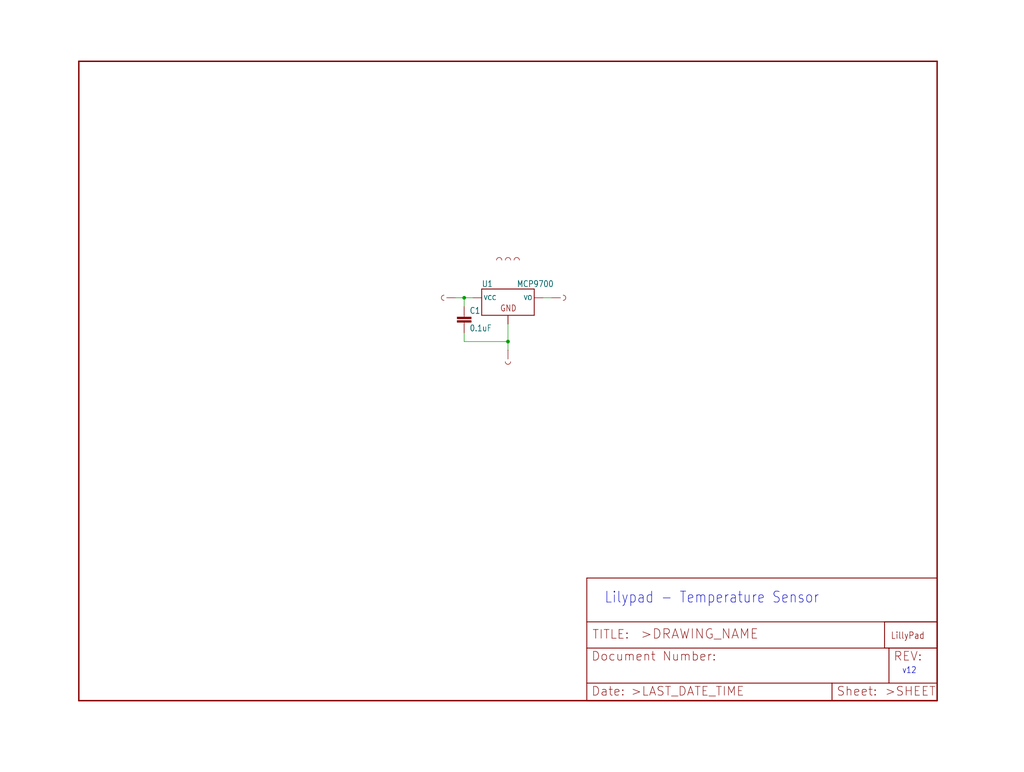
<source format=kicad_sch>
(kicad_sch (version 20211123) (generator eeschema)
  (paper "User" 297.002 223.926)
  (lib_symbols
    (symbol "schematicEagle-eagle-import:CAP0603-CAP"
      (property "Reference" "C" (at 1.524 2.921 0))
      (property "Value" "CAP0603-CAP" (at 1.524 -2.159 0))
      (symbol "CAP0603-CAP_1_0"
        (rectangle (start -2.032 0.508) (end 2.032 1.016) (fill (type outline)))
        (rectangle (start -2.032 1.524) (end 2.032 2.032) (fill (type outline)))
        (polyline (pts (xy 0 0) (xy 0 0.508)) (stroke (width 0.1524)))
        (polyline (pts (xy 0 2.54) (xy 0 2.032)) (stroke (width 0.1524)))
        (pin passive line (at 0 5.08 270) (length 2.54) (name "1") (number "1"))
        (pin passive line (at 0 -2.54 90) (length 2.54) (name "2") (number "2"))
      )
    )
    (symbol "schematicEagle-eagle-import:FRAME-LETTER"
      (symbol "FRAME-LETTER_1_0"
        (polyline (pts (xy 0 0) (xy 248.92 0)) (stroke (width 0.4064)))
        (polyline (pts (xy 0 185.42) (xy 0 0)) (stroke (width 0.4064)))
        (polyline (pts (xy 0 185.42) (xy 248.92 185.42)) (stroke (width 0.4064)))
        (polyline (pts (xy 248.92 185.42) (xy 248.92 0)) (stroke (width 0.4064)))
      )
      (symbol "FRAME-LETTER_2_0"
        (polyline (pts (xy 0 0) (xy 0 5.08)) (stroke (width 0.254)))
        (polyline (pts (xy 0 0) (xy 71.12 0)) (stroke (width 0.254)))
        (polyline (pts (xy 0 5.08) (xy 0 15.24)) (stroke (width 0.254)))
        (polyline (pts (xy 0 5.08) (xy 71.12 5.08)) (stroke (width 0.254)))
        (polyline (pts (xy 0 15.24) (xy 0 22.86)) (stroke (width 0.254)))
        (polyline (pts (xy 0 22.86) (xy 0 35.56)) (stroke (width 0.254)))
        (polyline (pts (xy 0 22.86) (xy 101.6 22.86)) (stroke (width 0.254)))
        (polyline (pts (xy 71.12 0) (xy 101.6 0)) (stroke (width 0.254)))
        (polyline (pts (xy 71.12 5.08) (xy 71.12 0)) (stroke (width 0.254)))
        (polyline (pts (xy 71.12 5.08) (xy 87.63 5.08)) (stroke (width 0.254)))
        (polyline (pts (xy 87.63 5.08) (xy 101.6 5.08)) (stroke (width 0.254)))
        (polyline (pts (xy 87.63 15.24) (xy 0 15.24)) (stroke (width 0.254)))
        (polyline (pts (xy 87.63 15.24) (xy 87.63 5.08)) (stroke (width 0.254)))
        (polyline (pts (xy 101.6 5.08) (xy 101.6 0)) (stroke (width 0.254)))
        (polyline (pts (xy 101.6 15.24) (xy 87.63 15.24)) (stroke (width 0.254)))
        (polyline (pts (xy 101.6 15.24) (xy 101.6 5.08)) (stroke (width 0.254)))
        (polyline (pts (xy 101.6 22.86) (xy 101.6 15.24)) (stroke (width 0.254)))
        (polyline (pts (xy 101.6 35.56) (xy 0 35.56)) (stroke (width 0.254)))
        (polyline (pts (xy 101.6 35.56) (xy 101.6 22.86)) (stroke (width 0.254)))
        (text ">DRAWING_NAME" (at 15.494 17.78 0) (effects (font (size 2.7432 2.7432)) (justify left bottom)))
        (text ">LAST_DATE_TIME" (at 12.7 1.27 0) (effects (font (size 2.54 2.54)) (justify left bottom)))
        (text ">SHEET" (at 86.36 1.27 0) (effects (font (size 2.54 2.54)) (justify left bottom)))
        (text "Date:" (at 1.27 1.27 0) (effects (font (size 2.54 2.54)) (justify left bottom)))
        (text "Document Number:" (at 1.27 11.43 0) (effects (font (size 2.54 2.54)) (justify left bottom)))
        (text "REV:" (at 88.9 11.43 0) (effects (font (size 2.54 2.54)) (justify left bottom)))
        (text "Sheet:" (at 72.39 1.27 0) (effects (font (size 2.54 2.54)) (justify left bottom)))
        (text "TITLE:" (at 1.524 17.78 0) (effects (font (size 2.54 2.54)) (justify left bottom)))
      )
    )
    (symbol "schematicEagle-eagle-import:LOGO-LPLP"
      (symbol "LOGO-LPLP_1_0"
        (polyline (pts (xy -2.54 -2.54) (xy 12.7 -2.54)) (stroke (width 0.254)))
        (polyline (pts (xy -2.54 5.08) (xy -2.54 -2.54)) (stroke (width 0.254)))
        (polyline (pts (xy 12.7 -2.54) (xy 12.7 5.08)) (stroke (width 0.254)))
        (polyline (pts (xy 12.7 5.08) (xy -2.54 5.08)) (stroke (width 0.254)))
        (text "LillyPad" (at -0.762 0 0) (effects (font (size 1.9304 1.6408)) (justify left bottom)))
      )
    )
    (symbol "schematicEagle-eagle-import:MCP9700SMD"
      (property "Value" "MCP9700SMD" (at 2.54 5.588 0))
      (symbol "MCP9700SMD_1_0"
        (polyline (pts (xy -7.62 -2.54) (xy -7.62 5.08)) (stroke (width 0.254)))
        (polyline (pts (xy -7.62 5.08) (xy 7.62 5.08)) (stroke (width 0.254)))
        (polyline (pts (xy 7.62 -2.54) (xy -7.62 -2.54)) (stroke (width 0.254)))
        (polyline (pts (xy 7.62 5.08) (xy 7.62 -2.54)) (stroke (width 0.254)))
        (text "GND" (at -2.286 -1.524 0) (effects (font (size 1.778 1.5113)) (justify left bottom)))
        (pin bidirectional line (at -10.16 2.54 0) (length 2.54) (name "VCC") (number "1"))
        (pin bidirectional line (at 10.16 2.54 180) (length 2.54) (name "VO") (number "2"))
        (pin bidirectional line (at 0 -5.08 90) (length 2.54) (name "GND") (number "3"))
      )
    )
    (symbol "schematicEagle-eagle-import:SEWTAP-NOHOLE2"
      (symbol "SEWTAP-NOHOLE2_1_0"
        (arc (start 0.762 -0.762) (mid 1.524 0) (end 0.762 0.762) (stroke (width 0.1524)))
      )
    )
    (symbol "schematicEagle-eagle-import:SEWTAP6"
      (symbol "SEWTAP6_1_0"
        (polyline (pts (xy 0 0) (xy -2.54 0)) (stroke (width 0.1524)))
        (arc (start 0.762 -0.762) (mid 1.524 0) (end 0.762 0.762) (stroke (width 0.1524)))
        (pin bidirectional line (at -2.54 0 180) (length 0) (name "1") (number "1"))
      )
    )
  )
  (junction (at 147.32 99.06))
  (junction (at 134.62 86.36))
  (wire (pts (xy 134.62 86.36) (xy 137.16 86.36)))
  (wire (pts (xy 134.62 88.9) (xy 134.62 86.36)))
  (wire (pts (xy 134.62 99.06) (xy 147.32 99.06)))
  (wire (pts (xy 132.08 86.36) (xy 134.62 86.36)))
  (wire (pts (xy 147.32 99.06) (xy 147.32 93.98)))
  (wire (pts (xy 134.62 96.52) (xy 134.62 99.06)))
  (wire (pts (xy 147.32 101.6) (xy 147.32 99.06)))
  (wire (pts (xy 160.02 86.36) (xy 157.48 86.36)))
  (text "v12" (at 261.62 195.58 180) (effects (font (size 1.778 1.5113)) (justify left bottom)))
  (text "Lilypad - Temperature Sensor" (at 175.26 175.26 180) (effects (font (size 3.175 2.6987)) (justify left bottom)))
  (symbol (lib_id "schematicEagle-eagle-import:MCP9700SMD") (at 147.32 88.9 0) (unit 1)
    (property "Reference" "U1" (at 139.7 83.312 0) (effects (font (size 1.778 1.5113)) (justify left bottom)))
    (property "Value" "MCP9700" (at 149.86 83.312 0) (effects (font (size 1.778 1.5113)) (justify left bottom)))
    (property "Footprint" "schematicEagle:SOT23-3" (effects hide))
  )
  (symbol (lib_id "schematicEagle-eagle-import:SEWTAP6") (at 147.32 104.14 270) (unit 1)
    (property "Reference" "TEMP-0" (effects hide))
    (property "Value" "SEWTAP6" (effects hide))
    (property "Footprint" "schematicEagle:PETAL-SMALL-2SIDE" (effects hide))
  )
  (symbol (lib_id "schematicEagle-eagle-import:SEWTAP6") (at 162.56 86.36 0) (unit 1)
    (property "Reference" "TEMPS0" (effects hide))
    (property "Value" "SEWTAP6" (effects hide))
    (property "Footprint" "schematicEagle:PETAL-SMALL-2SIDE" (effects hide))
  )
  (symbol (lib_id "schematicEagle-eagle-import:SEWTAP-NOHOLE2") (at 147.32 76.2 90) (unit 1)
    (property "Reference" "TEMP2" (effects hide))
    (property "Value" "SEWTAP-NOHOLE2" (effects hide))
    (property "Footprint" "schematicEagle:PETAL-NOHOLE-2SIDE" (effects hide))
  )
  (symbol (lib_id "schematicEagle-eagle-import:SEWTAP-NOHOLE2") (at 149.86 76.2 90) (unit 1)
    (property "Reference" "TEMP3" (effects hide))
    (property "Value" "SEWTAP-NOHOLE2" (effects hide))
    (property "Footprint" "schematicEagle:PETAL-NOHOLE-2SIDE" (effects hide))
  )
  (symbol (lib_id "schematicEagle-eagle-import:SEWTAP-NOHOLE2") (at 144.78 76.2 90) (unit 1)
    (property "Reference" "TEMP1" (effects hide))
    (property "Value" "SEWTAP-NOHOLE2" (effects hide))
    (property "Footprint" "schematicEagle:PETAL-NOHOLE-2SIDE" (effects hide))
  )
  (symbol (lib_id "schematicEagle-eagle-import:FRAME-LETTER") (at 22.86 203.2 0) (unit 1)
    (property "Reference" "#FRAME1" (effects hide))
    (property "Value" "FRAME-LETTER" (effects hide))
    (property "Footprint" "schematicEagle:" (effects hide))
  )
  (symbol (lib_id "schematicEagle-eagle-import:CAP0603-CAP") (at 134.62 93.98 0) (unit 1)
    (property "Reference" "C1" (at 136.144 91.059 0) (effects (font (size 1.778 1.5113)) (justify left bottom)))
    (property "Value" "0.1uF" (at 136.144 96.139 0) (effects (font (size 1.778 1.5113)) (justify left bottom)))
    (property "Footprint" "schematicEagle:0603-CAP" (effects hide))
  )
  (symbol (lib_id "schematicEagle-eagle-import:LOGO-LPLP") (at 259.08 185.42 0) (unit 1)
    (property "Reference" "U$2" (effects hide))
    (property "Value" "LOGO-LPLP" (effects hide))
    (property "Footprint" "schematicEagle:LOGO-LILYPAD" (effects hide))
  )
  (symbol (lib_id "schematicEagle-eagle-import:SEWTAP6") (at 129.54 86.36 180) (unit 1)
    (property "Reference" "TEMP+0" (effects hide))
    (property "Value" "SEWTAP6" (effects hide))
    (property "Footprint" "schematicEagle:PETAL-SMALL-2SIDE" (effects hide))
  )
  (symbol (lib_id "schematicEagle-eagle-import:FRAME-LETTER") (at 170.18 203.2 0) (unit 2)
    (property "Reference" "#FRAME1" (effects hide))
    (property "Value" "FRAME-LETTER" (effects hide))
    (property "Footprint" "schematicEagle:" (effects hide))
  )
)
</source>
